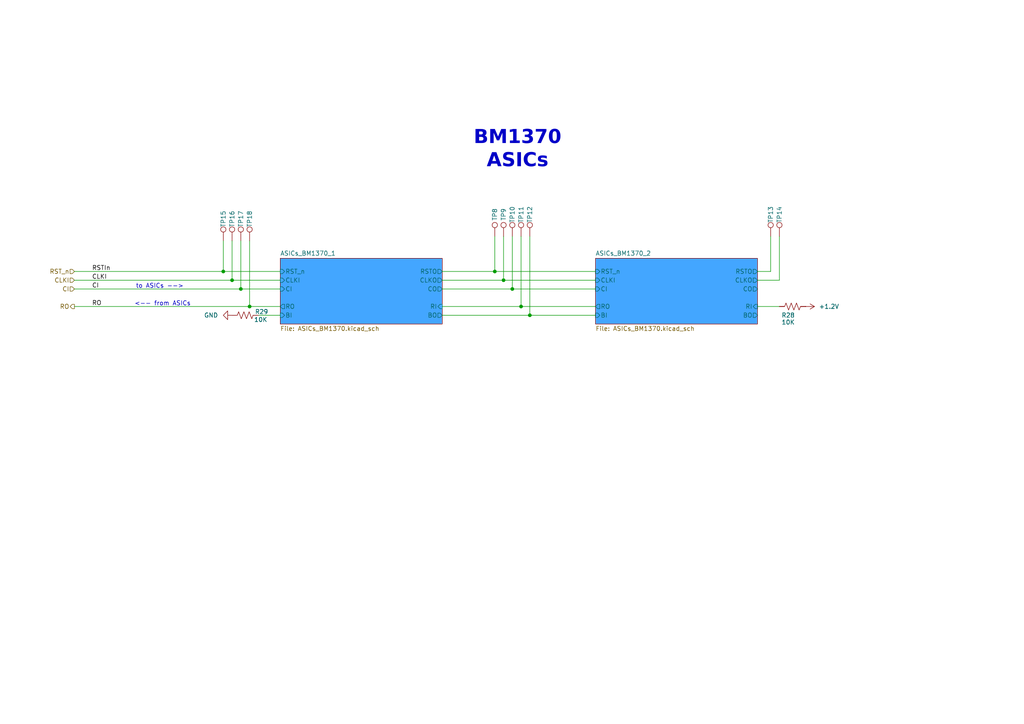
<source format=kicad_sch>
(kicad_sch (version 20231120) (generator "eeschema") (generator_version "8.0")
  (paper "A4")
  (lib_symbols
    (symbol "Connector:TestPoint" (pin_numbers hide) (pin_names (offset 0.762) hide)
      (property "Reference" "TP" (at 0 6.858 0))
      (property "Value" "TestPoint" (at 0 5.08 0))
      (symbol "TestPoint_0_1"
        (circle (center 0 3.302) (radius 0.762))
      )
      (symbol "TestPoint_1_1"
        (pin passive line (at 0 0 90) (length 2.54) (name "1") (number "1"))
      )
    )
    (symbol "Device:R_US" (pin_numbers hide) (pin_names (offset 0))
      (property "Reference" "R" (at 2.54 0 90))
      (property "Value" "R_US" (at -2.54 0 90))
      (symbol "R_US_0_1"
        (polyline (pts (xy 0 -2.286) (xy 0 -2.54)))
        (polyline (pts (xy 0 2.286) (xy 0 2.54)))
        (polyline (pts (xy 0 -0.762) (xy 1.016 -1.143) (xy 0 -1.524) (xy -1.016 -1.905) (xy 0 -2.286)))
        (polyline (pts (xy 0 0.762) (xy 1.016 0.381) (xy 0 0) (xy -1.016 -0.381) (xy 0 -0.762)))
        (polyline (pts (xy 0 2.286) (xy 1.016 1.905) (xy 0 1.524) (xy -1.016 1.143) (xy 0 0.762)))
      )
      (symbol "R_US_1_1"
        (pin passive line (at 0 3.81 270) (length 1.27) (name "~") (number "1"))
        (pin passive line (at 0 -3.81 90) (length 1.27) (name "~") (number "2"))
      )
    )
    (symbol "power:GND" (power) (pin_numbers hide) (pin_names (offset 0) hide)
      (property "Value" "GND" (at 0 -3.81 0))
      (symbol "GND_0_1"
        (polyline (pts (xy 0 0) (xy 0 -1.27) (xy 1.27 -1.27) (xy 0 -2.54) (xy -1.27 -1.27) (xy 0 -1.27)))
      )
      (symbol "GND_1_1"
        (pin power_in line (at 0 0 270) (length 0) (name "~") (number "1"))
      )
    )
    (symbol "power:VDD" (power) (pin_numbers hide) (pin_names (offset 0) hide)
      (property "Value" "VDD" (at 0 3.556 0))
      (symbol "VDD_0_1"
        (polyline (pts (xy -0.762 1.27) (xy 0 2.54)))
        (polyline (pts (xy 0 0) (xy 0 2.54)))
        (polyline (pts (xy 0 2.54) (xy 0.762 1.27)))
      )
      (symbol "VDD_1_1"
        (pin power_in line (at 0 0 90) (length 0) (name "~") (number "1"))
      )
    )
  )
  (junction (at 67.31 81.28))
  (junction (at 143.51 78.74))
  (junction (at 151.13 88.9))
  (junction (at 64.77 78.74))
  (junction (at 153.67 91.44))
  (junction (at 72.39 88.9))
  (junction (at 69.85 83.82))
  (junction (at 146.05 81.28))
  (junction (at 148.59 83.82))
  (wire (pts (xy 219.71 78.74) (xy 223.52 78.74)))
  (wire (pts (xy 128.27 83.82) (xy 148.59 83.82)))
  (wire (pts (xy 21.59 88.9) (xy 72.39 88.9)))
  (wire (pts (xy 143.51 78.74) (xy 172.72 78.74)))
  (wire (pts (xy 69.85 69.85) (xy 69.85 83.82)))
  (wire (pts (xy 72.39 69.85) (xy 72.39 88.9)))
  (wire (pts (xy 153.67 91.44) (xy 172.72 91.44)))
  (wire (pts (xy 69.85 83.82) (xy 81.28 83.82)))
  (wire (pts (xy 148.59 68.58) (xy 148.59 83.82)))
  (wire (pts (xy 219.71 81.28) (xy 226.06 81.28)))
  (wire (pts (xy 74.93 91.44) (xy 81.28 91.44)))
  (wire (pts (xy 128.27 88.9) (xy 151.13 88.9)))
  (wire (pts (xy 146.05 68.58) (xy 146.05 81.28)))
  (wire (pts (xy 146.05 81.28) (xy 172.72 81.28)))
  (wire (pts (xy 219.71 88.9) (xy 226.06 88.9)))
  (wire (pts (xy 67.31 69.85) (xy 67.31 81.28)))
  (wire (pts (xy 64.77 78.74) (xy 81.28 78.74)))
  (wire (pts (xy 21.59 83.82) (xy 69.85 83.82)))
  (wire (pts (xy 64.77 69.85) (xy 64.77 78.74)))
  (wire (pts (xy 223.52 68.58) (xy 223.52 78.74)))
  (wire (pts (xy 153.67 68.58) (xy 153.67 91.44)))
  (wire (pts (xy 21.59 78.74) (xy 64.77 78.74)))
  (wire (pts (xy 226.06 68.58) (xy 226.06 81.28)))
  (wire (pts (xy 128.27 91.44) (xy 153.67 91.44)))
  (wire (pts (xy 72.39 88.9) (xy 81.28 88.9)))
  (wire (pts (xy 67.31 81.28) (xy 81.28 81.28)))
  (wire (pts (xy 21.59 81.28) (xy 67.31 81.28)))
  (wire (pts (xy 128.27 78.74) (xy 143.51 78.74)))
  (wire (pts (xy 143.51 68.58) (xy 143.51 78.74)))
  (wire (pts (xy 148.59 83.82) (xy 172.72 83.82)))
  (wire (pts (xy 128.27 81.28) (xy 146.05 81.28)))
  (wire (pts (xy 151.13 88.9) (xy 172.72 88.9)))
  (wire (pts (xy 151.13 68.58) (xy 151.13 88.9)))
  (text "BM1370\nASICs" (at 150.114 44.45 0) (effects (font (size 4 4) (thickness 0.8) (bold yes))))
  (text "<-- from ASICs" (at 55.372 88.138 0) (effects (font (size 1.27 1.27)) (justify right)))
  (text "to ASICs -->" (at 39.37 83.058 0) (effects (font (size 1.27 1.27)) (justify left)))
  (label "RO" (at 26.67 88.9 0))
  (label "CLKI" (at 26.67 81.28 0))
  (label "RSTIn" (at 26.67 78.74 0))
  (label "CI" (at 26.67 83.82 0))
  (hierarchical_label "CLKI" (shape input) (at 21.59 81.28 180))
  (hierarchical_label "RO" (shape output) (at 21.59 88.9 180))
  (hierarchical_label "CI" (shape input) (at 21.59 83.82 180))
  (hierarchical_label "RST_n" (shape input) (at 21.59 78.74 180))
  (symbol (lib_id "Connector:TestPoint") (at 223.52 68.58 0) (unit 1) (in_bom no)
    (property "Reference" "TP13" (at 223.52 62.23 90))
    (property "Value" "TestPoint" (effects (hide yes)))
    (property "Footprint" "TestPoint:TestPoint_Pad_D1.0mm" (effects (hide yes)))
  )
  (symbol (lib_id "Connector:TestPoint") (at 146.05 68.58 0) (unit 1) (in_bom no)
    (property "Reference" "TP9" (at 146.05 62.23 90))
    (property "Value" "TestPoint" (effects (hide yes)))
    (property "Footprint" "TestPoint:TestPoint_Pad_D1.0mm" (effects (hide yes)))
  )
  (symbol (lib_id "power:GND") (at 67.31 91.44 270) (unit 1)
    (property "Reference" "#PWR0107" (effects (hide yes)))
    (property "Value" "GND" (at 61.214 91.44 90))
    (property "Description" "Power symbol creates a global label with name \"GND\" , ground" (effects (hide yes)))
  )
  (symbol (lib_id "Connector:TestPoint") (at 67.31 69.85 0) (unit 1) (in_bom no)
    (property "Reference" "TP16" (at 67.31 63.5 90))
    (property "Value" "TestPoint" (effects (hide yes)))
    (property "Footprint" "TestPoint:TestPoint_Pad_D1.0mm" (effects (hide yes)))
  )
  (symbol (lib_id "Connector:TestPoint") (at 148.59 68.58 0) (mirror y) (unit 1) (in_bom no)
    (property "Reference" "TP10" (at 148.59 62.23 90))
    (property "Value" "TestPoint" (effects (hide yes)))
    (property "Footprint" "TestPoint:TestPoint_Pad_D1.0mm" (effects (hide yes)))
  )
  (symbol (lib_id "Device:R_US") (at 229.87 88.9 270) (unit 1)
    (property "Reference" "R28" (at 228.6 91.44 90))
    (property "Value" "10K" (at 228.6 93.472 90))
    (property "Footprint" "Resistor_SMD:R_0402_1005Metric" (effects (hide yes)))
    (property "P/N MOUSER" "791-RMC1/16SK103FTH" (effects (hide yes)))
  )
  (symbol (lib_id "Connector:TestPoint") (at 143.51 68.58 0) (unit 1) (in_bom no)
    (property "Reference" "TP8" (at 143.51 62.23 90))
    (property "Value" "TestPoint" (effects (hide yes)))
    (property "Footprint" "TestPoint:TestPoint_Pad_D1.0mm" (effects (hide yes)))
  )
  (symbol (lib_id "Connector:TestPoint") (at 64.77 69.85 0) (unit 1) (in_bom no)
    (property "Reference" "TP15" (at 64.77 63.5 90))
    (property "Value" "TestPoint" (effects (hide yes)))
    (property "Footprint" "TestPoint:TestPoint_Pad_D1.0mm" (effects (hide yes)))
  )
  (symbol (lib_id "Connector:TestPoint") (at 226.06 68.58 0) (unit 1) (in_bom no)
    (property "Reference" "TP14" (at 226.06 62.23 90))
    (property "Value" "TestPoint" (effects (hide yes)))
    (property "Footprint" "TestPoint:TestPoint_Pad_D1.0mm" (effects (hide yes)))
  )
  (symbol (lib_id "Device:R_US") (at 71.12 91.44 90) (unit 1)
    (property "Reference" "R29" (at 73.914 90.424 90) (effects (justify right)))
    (property "Value" "10K" (at 73.66 92.71 90) (effects (justify right)))
    (property "Footprint" "Resistor_SMD:R_0402_1005Metric" (effects (hide yes)))
    (property "P/N MOUSER" "791-RMC1/16SK103FTH" (effects (hide yes)))
  )
  (symbol (lib_id "power:VDD") (at 233.68 88.9 270) (unit 1)
    (property "Reference" "#PWR0106" (effects (hide yes)))
    (property "Value" "+1.2V" (at 237.49 88.8999 90) (effects (justify left)))
    (property "Description" "Power symbol creates a global label with name \"VDD\"" (effects (hide yes)))
  )
  (symbol (lib_id "Connector:TestPoint") (at 151.13 68.58 0) (unit 1) (in_bom no)
    (property "Reference" "TP11" (at 151.13 62.23 90))
    (property "Value" "TestPoint" (effects (hide yes)))
    (property "Footprint" "TestPoint:TestPoint_Pad_D1.0mm" (effects (hide yes)))
  )
  (symbol (lib_id "Connector:TestPoint") (at 69.85 69.85 0) (mirror y) (unit 1) (in_bom no)
    (property "Reference" "TP17" (at 69.85 63.5 90))
    (property "Value" "TestPoint" (effects (hide yes)))
    (property "Footprint" "TestPoint:TestPoint_Pad_D1.0mm" (effects (hide yes)))
  )
  (symbol (lib_id "Connector:TestPoint") (at 72.39 69.85 0) (unit 1) (in_bom no)
    (property "Reference" "TP18" (at 72.39 63.5 90))
    (property "Value" "TestPoint" (effects (hide yes)))
    (property "Footprint" "TestPoint:TestPoint_Pad_D1.0mm" (effects (hide yes)))
  )
  (symbol (lib_id "Connector:TestPoint") (at 153.67 68.58 0) (mirror y) (unit 1) (in_bom no)
    (property "Reference" "TP12" (at 153.67 62.23 90))
    (property "Value" "TestPoint" (effects (hide yes)))
    (property "Footprint" "TestPoint:TestPoint_Pad_D1.0mm" (effects (hide yes)))
  )
  (sheet (at 172.72 74.93) (size 46.99 19.05) (stroke (width 0.1524)) (fill (color 67 166 255 1.0000))
    (property "Sheetname" "ASICs_BM1370_2" (at 172.72 74.2184 0) (effects (justify left bottom)))
    (property "Sheetfile" "ASICs_BM1370.kicad_sch" (at 172.72 94.5646 0) (effects (justify left top)))
    (pin "RST_n" input (at 172.72 78.74 180))
    (pin "BI" input (at 172.72 91.44 180))
    (pin "CLKI" input (at 172.72 81.28 180))
    (pin "RO" output (at 172.72 88.9 180))
    (pin "CI" input (at 172.72 83.82 180))
    (pin "RI" input (at 219.71 88.9 0))
    (pin "BO" output (at 219.71 91.44 0))
    (pin "CLKO" output (at 219.71 81.28 0))
    (pin "RSTO" output (at 219.71 78.74 0))
    (pin "CO" output (at 219.71 83.82 0))
  )
  (sheet (at 81.28 74.93) (size 46.99 19.05) (stroke (width 0.1524)) (fill (color 67 166 255 1.0000))
    (property "Sheetname" "ASICs_BM1370_1" (at 81.28 74.2184 0) (effects (justify left bottom)))
    (property "Sheetfile" "ASICs_BM1370.kicad_sch" (at 81.28 94.5646 0) (effects (justify left top)))
    (pin "RST_n" input (at 81.28 78.74 180))
    (pin "BI" input (at 81.28 91.44 180))
    (pin "CLKI" input (at 81.28 81.28 180))
    (pin "RO" output (at 81.28 88.9 180))
    (pin "CI" input (at 81.28 83.82 180))
    (pin "RI" input (at 128.27 88.9 0))
    (pin "BO" output (at 128.27 91.44 0))
    (pin "CLKO" output (at 128.27 81.28 0))
    (pin "RSTO" output (at 128.27 78.74 0))
    (pin "CO" output (at 128.27 83.82 0))
  )
)
</source>
